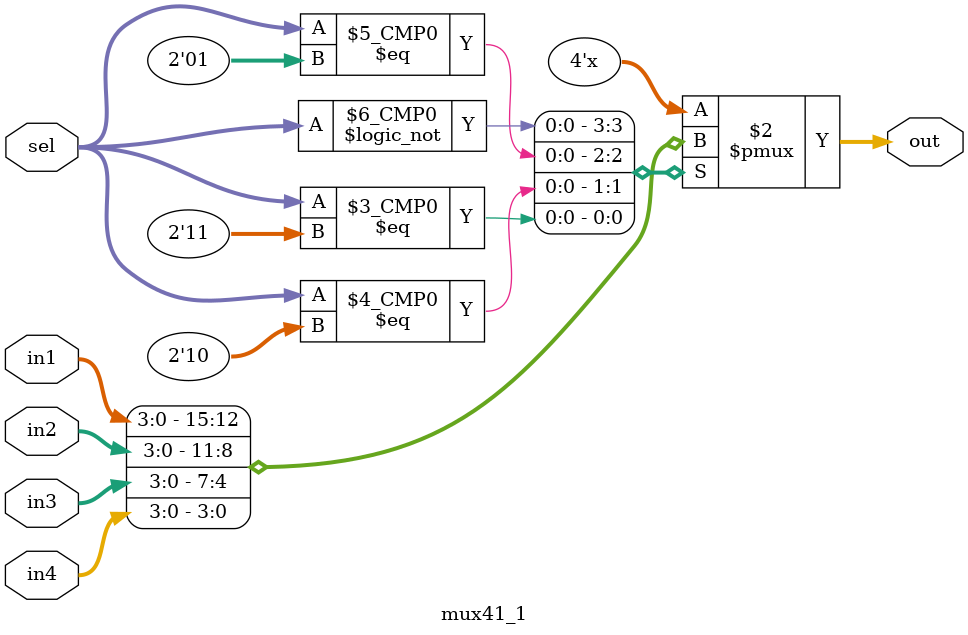
<source format=v>
module mux41_1(
    input wire [3:0] in1, in2, in3, in4,
    input wire [1:0] sel,
    output reg [3:0] out
);
always @(sel) begin
    case(sel)
        2'b00: out = in1; 
        2'b01: out = in2; 
        2'b10: out = in3; 
        2'b11: out = in4; 
        default: out = {4{1'bx}}; 
    endcase
end

endmodule
</source>
